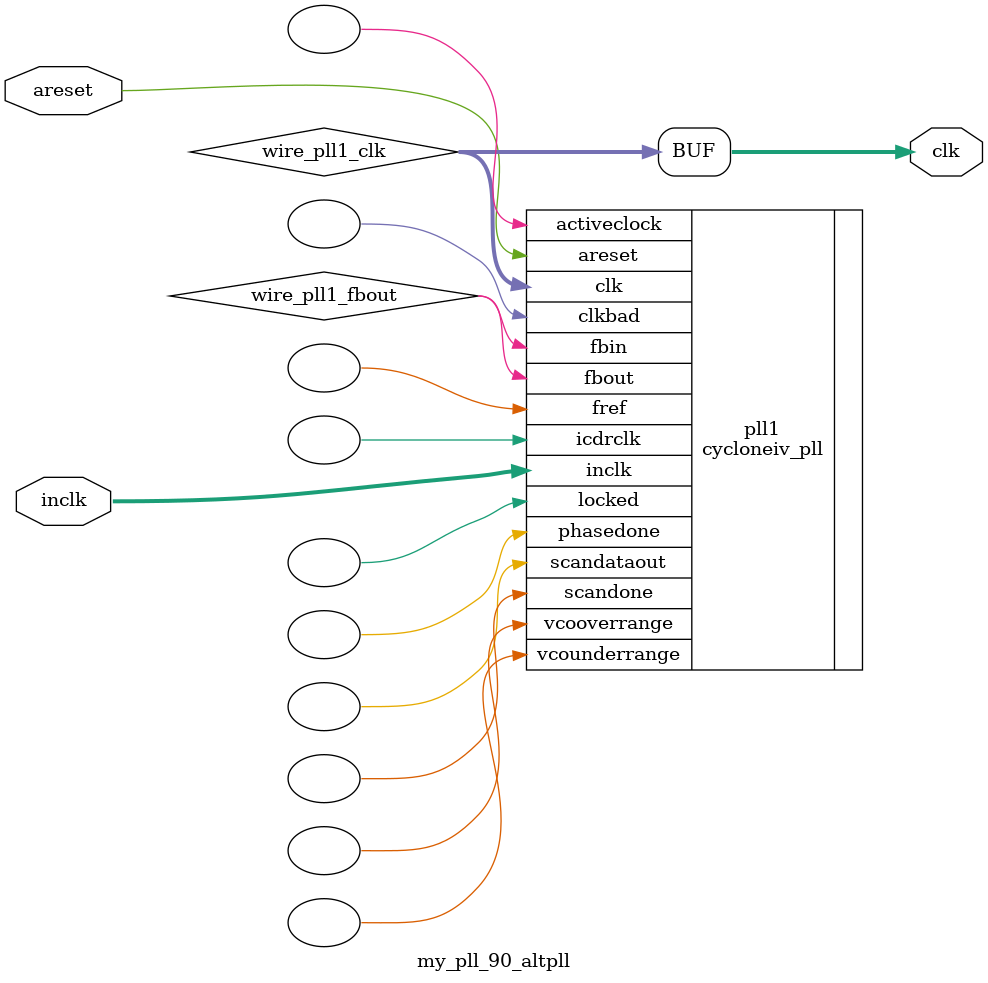
<source format=v>






//synthesis_resources = cycloneiv_pll 1 
//synopsys translate_off
`timescale 1 ps / 1 ps
//synopsys translate_on
module  my_pll_90_altpll
	( 
	areset,
	clk,
	inclk) /* synthesis synthesis_clearbox=1 */;
	input   areset;
	output   [4:0]  clk;
	input   [1:0]  inclk;
`ifndef ALTERA_RESERVED_QIS
// synopsys translate_off
`endif
	tri0   areset;
	tri0   [1:0]  inclk;
`ifndef ALTERA_RESERVED_QIS
// synopsys translate_on
`endif

	wire  [4:0]   wire_pll1_clk;
	wire  wire_pll1_fbout;

	cycloneiv_pll   pll1
	( 
	.activeclock(),
	.areset(areset),
	.clk(wire_pll1_clk),
	.clkbad(),
	.fbin(wire_pll1_fbout),
	.fbout(wire_pll1_fbout),
	.fref(),
	.icdrclk(),
	.inclk(inclk),
	.locked(),
	.phasedone(),
	.scandataout(),
	.scandone(),
	.vcooverrange(),
	.vcounderrange()
	`ifndef FORMAL_VERIFICATION
	// synopsys translate_off
	`endif
	,
	.clkswitch(1'b0),
	.configupdate(1'b0),
	.pfdena(1'b1),
	.phasecounterselect({3{1'b0}}),
	.phasestep(1'b0),
	.phaseupdown(1'b0),
	.scanclk(1'b0),
	.scanclkena(1'b1),
	.scandata(1'b0)
	`ifndef FORMAL_VERIFICATION
	// synopsys translate_on
	`endif
	);
	defparam
		pll1.bandwidth_type = "auto",
		pll1.clk0_divide_by = 2,
		pll1.clk0_duty_cycle = 50,
		pll1.clk0_multiply_by = 5,
		pll1.clk0_phase_shift = "2000",
		pll1.clk1_divide_by = 2,
		pll1.clk1_duty_cycle = 50,
		pll1.clk1_multiply_by = 1,
		pll1.clk1_phase_shift = "10000",
		pll1.clk2_divide_by = 20,
		pll1.clk2_duty_cycle = 50,
		pll1.clk2_multiply_by = 1,
		pll1.clk2_phase_shift = "100000",
		pll1.compensate_clock = "clk0",
		pll1.inclk0_input_frequency = 20000,
		pll1.operation_mode = "normal",
		pll1.pll_type = "auto",
		pll1.lpm_type = "cycloneiv_pll";
	assign
		clk = {wire_pll1_clk[4:0]};
endmodule //my_pll_90_altpll
//VALID FILE

</source>
